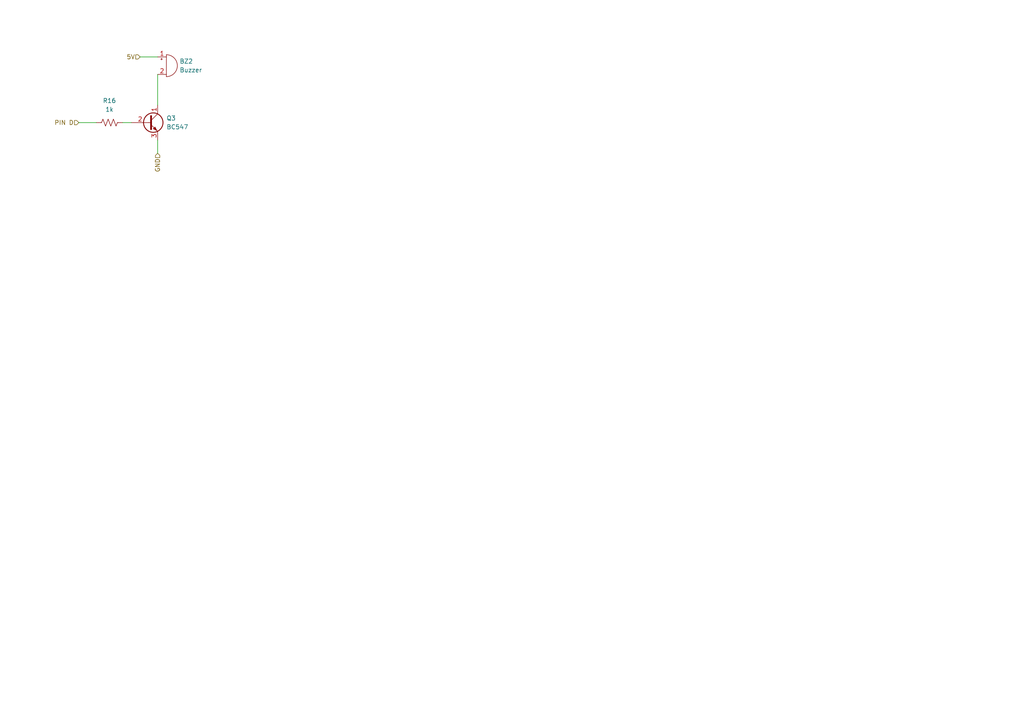
<source format=kicad_sch>
(kicad_sch (version 20231120) (generator "eeschema") (generator_version "8.0")
  (paper "A4")
  (lib_symbols
    (symbol "Device:Buzzer" (pin_names (offset 0.0254) hide)
      (property "Reference" "BZ" (at 3.81 1.27 0))
      (property "Value" "Buzzer" (at 3.81 -1.27 0))
      (symbol "Buzzer_0_1"
        (arc (start 0 -3.175) (mid 3.1612 0) (end 0 3.175))
        (polyline (pts (xy -1.651 1.905) (xy -1.143 1.905)))
        (polyline (pts (xy -1.397 2.159) (xy -1.397 1.651)))
        (polyline (pts (xy 0 3.175) (xy 0 -3.175)))
      )
      (symbol "Buzzer_1_1"
        (pin passive line (at -2.54 2.54 0) (length 2.54) (name "+") (number "1"))
        (pin passive line (at -2.54 -2.54 0) (length 2.54) (name "-") (number "2"))
      )
    )
    (symbol "Device:R_US" (pin_numbers hide) (pin_names (offset 0))
      (property "Reference" "R" (at 2.54 0 90))
      (property "Value" "R_US" (at -2.54 0 90))
      (symbol "R_US_0_1"
        (polyline (pts (xy 0 -2.286) (xy 0 -2.54)))
        (polyline (pts (xy 0 2.286) (xy 0 2.54)))
        (polyline (pts (xy 0 -0.762) (xy 1.016 -1.143) (xy 0 -1.524) (xy -1.016 -1.905) (xy 0 -2.286)))
        (polyline (pts (xy 0 0.762) (xy 1.016 0.381) (xy 0 0) (xy -1.016 -0.381) (xy 0 -0.762)))
        (polyline (pts (xy 0 2.286) (xy 1.016 1.905) (xy 0 1.524) (xy -1.016 1.143) (xy 0 0.762)))
      )
      (symbol "R_US_1_1"
        (pin passive line (at 0 3.81 270) (length 1.27) (name "~") (number "1"))
        (pin passive line (at 0 -3.81 90) (length 1.27) (name "~") (number "2"))
      )
    )
    (symbol "Transistor_BJT:BC547" (pin_names (offset 0) hide)
      (property "Reference" "Q" (at 5.08 1.905 0))
      (property "Value" "BC547" (at 5.08 0 0))
      (symbol "BC547_0_1"
        (polyline (pts (xy 0 0) (xy 0.635 0)))
        (polyline (pts (xy 0.635 0.635) (xy 2.54 2.54)))
        (polyline (pts (xy 0.635 -0.635) (xy 2.54 -2.54) (xy 2.54 -2.54)))
        (polyline (pts (xy 0.635 1.905) (xy 0.635 -1.905) (xy 0.635 -1.905)) (stroke (width 0.508)))
        (polyline (pts (xy 1.27 -1.778) (xy 1.778 -1.27) (xy 2.286 -2.286) (xy 1.27 -1.778) (xy 1.27 -1.778)) (fill (type outline)))
        (circle (center 1.27 0) (radius 2.8194) (stroke (width 0.254)))
      )
      (symbol "BC547_1_1"
        (pin passive line (at 2.54 5.08 270) (length 2.54) (name "C") (number "1"))
        (pin input line (at -5.08 0 0) (length 5.08) (name "B") (number "2"))
        (pin passive line (at 2.54 -5.08 90) (length 2.54) (name "E") (number "3"))
      )
    )
  )
  (wire (pts (xy 35.56 35.56) (xy 38.1 35.56)))
  (wire (pts (xy 45.72 40.64) (xy 45.72 44.45)))
  (wire (pts (xy 40.64 16.51) (xy 45.72 16.51)))
  (wire (pts (xy 45.72 21.59) (xy 45.72 30.48)))
  (wire (pts (xy 22.86 35.56) (xy 27.94 35.56)))
  (hierarchical_label "PIN D" (shape input) (at 22.86 35.56 180))
  (hierarchical_label "GND" (shape input) (at 45.72 44.45 270))
  (hierarchical_label "5V" (shape input) (at 40.64 16.51 180))
  (symbol (lib_id "Device:R_US") (at 31.75 35.56 90) (unit 1)
    (property "Reference" "R16" (at 31.75 29.21 90))
    (property "Value" "1k" (at 31.75 31.75 90))
    (property "Footprint" "Resistor_SMD:R_0402_1005Metric_Pad0.72x0.64mm_HandSolder" (effects (hide yes)))
    (property "Description" "Resistor, US symbol" (effects (hide yes)))
  )
  (symbol (lib_id "Device:Buzzer") (at 48.26 19.05 0) (unit 1)
    (property "Reference" "BZ2" (at 52.07 17.7799 0) (effects (justify left)))
    (property "Value" "Buzzer" (at 52.07 20.3199 0) (effects (justify left)))
    (property "Footprint" "Buzzer_Beeper:Buzzer_12x9.5RM7.6" (effects (hide yes)))
    (property "Description" "Buzzer, polarized" (effects (hide yes)))
  )
  (symbol (lib_id "Transistor_BJT:BC547") (at 43.18 35.56 0) (unit 1)
    (property "Reference" "Q3" (at 48.26 34.2899 0) (effects (justify left)))
    (property "Value" "BC547" (at 48.26 36.8299 0) (effects (justify left)))
    (property "Footprint" "Package_TO_SOT_THT:TO-92_Inline_Wide" (effects (hide yes)))
    (property "Datasheet" "https://www.onsemi.com/pub/Collateral/BC550-D.pdf" (effects (hide yes)))
    (property "Description" "0.1A Ic, 45V Vce, Small Signal NPN Transistor, TO-92" (effects (hide yes)))
  )
)
</source>
